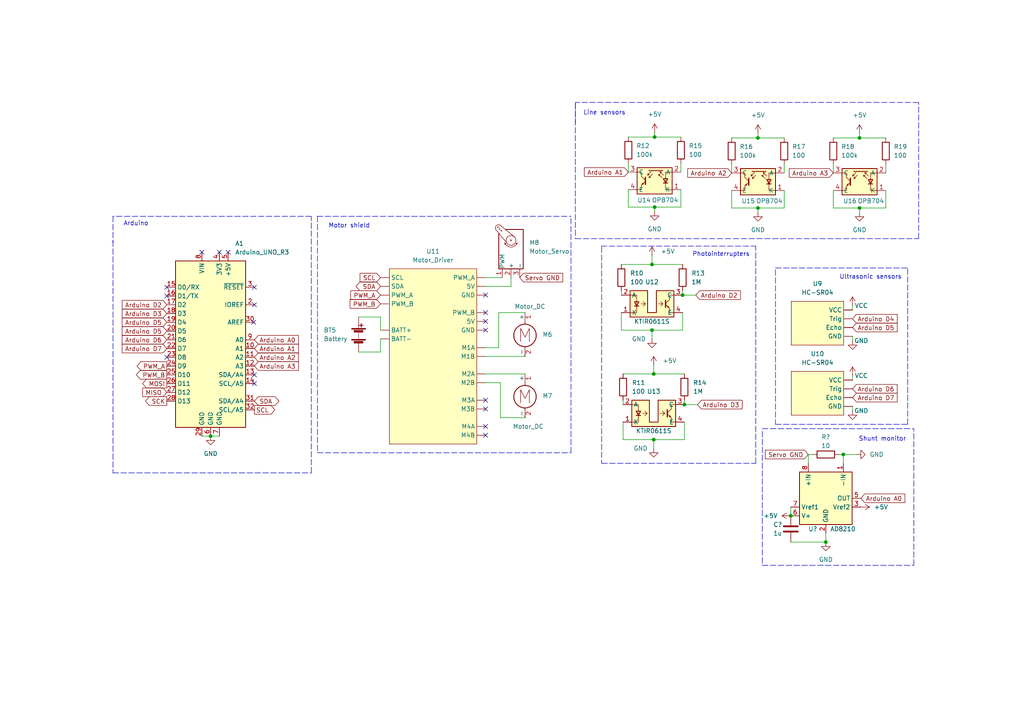
<source format=kicad_sch>
(kicad_sch (version 20211123) (generator eeschema)
  (paper "A4")
  (lib_symbols
    (symbol "Amplifier_Current:AD8210"
      (property "Reference" "U" (at -7.62 10.795 0))
      (property "Value" "AD8210" (at -7.62 8.89 0))
      (symbol "AD8210_0_1"
        (rectangle (start -7.62 7.62) (end 7.62 -7.62) (stroke (width 0.254)) (fill (type background)))
      )
      (symbol "AD8210_1_1"
        (pin input line (at 5.08 10.16 270) (length 2.54) (name "-IN") (number "1"))
        (pin power_in line (at 0 -10.16 90) (length 2.54) (name "GND") (number "2"))
        (pin input line (at 10.16 -2.54 180) (length 2.54) (name "Vref2") (number "3"))
        (pin no_connect line (at 2.54 -7.62 90) (length 2.54) hide (name "NC") (number "4"))
        (pin output line (at 10.16 0 180) (length 2.54) (name "OUT") (number "5"))
        (pin power_in line (at -10.16 -5.08 0) (length 2.54) (name "V+") (number "6"))
        (pin input line (at -10.16 -2.54 0) (length 2.54) (name "Vref1") (number "7"))
        (pin input line (at -5.08 10.16 270) (length 2.54) (name "+IN") (number "8"))
      )
    )
    (symbol "Device:Battery" (pin_numbers hide) (pin_names (offset 0) hide)
      (property "Reference" "BT" (at 2.54 2.54 0))
      (property "Value" "Battery" (at 2.54 0 0))
      (symbol "Battery_0_1"
        (rectangle (start -2.032 -1.397) (end 2.032 -1.651) (fill (type outline)))
        (rectangle (start -2.032 1.778) (end 2.032 1.524) (fill (type outline)))
        (rectangle (start -1.3208 -1.9812) (end 1.27 -2.4892) (fill (type outline)))
        (rectangle (start -1.3208 1.1938) (end 1.27 0.6858) (fill (type outline)))
        (polyline (pts (xy 0 -1.524) (xy 0 -1.27)))
        (polyline (pts (xy 0 -1.016) (xy 0 -0.762)))
        (polyline (pts (xy 0 -0.508) (xy 0 -0.254)))
        (polyline (pts (xy 0 0) (xy 0 0.254)))
        (polyline (pts (xy 0 0.508) (xy 0 0.762)))
        (polyline (pts (xy 0 1.778) (xy 0 2.54)))
        (polyline (pts (xy 0.254 2.667) (xy 1.27 2.667)) (stroke (width 0.254)))
        (polyline (pts (xy 0.762 3.175) (xy 0.762 2.159)) (stroke (width 0.254)))
      )
      (symbol "Battery_1_1"
        (pin passive line (at 0 5.08 270) (length 2.54) (name "+") (number "1"))
        (pin passive line (at 0 -5.08 90) (length 2.54) (name "-") (number "2"))
      )
    )
    (symbol "Device:C" (pin_numbers hide) (pin_names (offset 0.254))
      (property "Reference" "C" (at 0.635 2.54 0))
      (property "Value" "C" (at 0.635 -2.54 0))
      (symbol "C_0_1"
        (polyline (pts (xy -2.032 -0.762) (xy 2.032 -0.762)) (stroke (width 0.508)))
        (polyline (pts (xy -2.032 0.762) (xy 2.032 0.762)) (stroke (width 0.508)))
      )
      (symbol "C_1_1"
        (pin passive line (at 0 3.81 270) (length 2.794) (name "~") (number "1"))
        (pin passive line (at 0 -3.81 90) (length 2.794) (name "~") (number "2"))
      )
    )
    (symbol "Device:R" (pin_numbers hide) (pin_names (offset 0))
      (property "Reference" "R" (at 2.032 0 90))
      (property "Value" "R" (at 0 0 90))
      (symbol "R_0_1"
        (rectangle (start -1.016 -2.54) (end 1.016 2.54) (stroke (width 0.254)))
      )
      (symbol "R_1_1"
        (pin passive line (at 0 3.81 270) (length 1.27) (name "~") (number "1"))
        (pin passive line (at 0 -3.81 90) (length 1.27) (name "~") (number "2"))
      )
    )
    (symbol "Integrated_Design_Project:HC-SR04"
      (property "Reference" "U" (at 0 10.16 0))
      (property "Value" "HC-SR04" (at 0 6.35 0))
      (symbol "HC-SR04_0_1"
        (rectangle (start -7.62 5.08) (end 7.62 -7.62) (fill (type background)))
      )
      (symbol "HC-SR04_1_1"
        (pin output line (at -10.16 -2.54 0) (length 2.54) (name "Echo") (number ""))
        (pin power_in line (at -10.16 -5.08 0) (length 2.54) (name "GND") (number ""))
        (pin input line (at -10.16 0 0) (length 2.54) (name "Trig") (number ""))
        (pin power_in line (at -10.16 2.54 0) (length 2.54) (name "VCC") (number ""))
      )
    )
    (symbol "Integrated_Design_Project:KTIR0611S"
      (property "Reference" "U" (at 0 5.08 0))
      (property "Value" "KTIR0611S" (at 0 7.62 0))
      (symbol "KTIR0611S_0_1"
        (polyline (pts (xy -5.08 -0.635) (xy -3.81 -0.635)) (stroke (width 0.254)))
        (polyline (pts (xy -1.905 0) (xy -2.54 -0.635)))
        (polyline (pts (xy 3.175 0) (xy 2.54 -0.635)))
        (polyline (pts (xy 3.937 -0.127) (xy 5.08 -1.27)))
        (polyline (pts (xy 3.937 0.127) (xy 5.08 1.27)))
        (polyline (pts (xy -3.175 0) (xy -1.905 0) (xy -2.54 0.635)))
        (polyline (pts (xy 1.905 0) (xy 3.175 0) (xy 2.54 0.635)))
        (polyline (pts (xy 3.937 1.016) (xy 3.937 -1.016) (xy 3.937 -1.016)) (stroke (width 0.3556)))
        (polyline (pts (xy 5.08 -1.27) (xy 5.08 -2.54) (xy 6.35 -2.54)))
        (polyline (pts (xy 5.08 1.27) (xy 5.08 2.54) (xy 6.35 2.54)))
        (polyline (pts (xy -6.35 -2.54) (xy -4.445 -2.54) (xy -4.445 2.54) (xy -6.35 2.54)))
        (polyline (pts (xy -4.445 -0.635) (xy -5.08 0.635) (xy -3.81 0.635) (xy -4.445 -0.635)) (stroke (width 0.254)))
        (polyline (pts (xy 4.953 -1.143) (xy 4.699 -0.635) (xy 4.445 -0.889) (xy 4.953 -1.143)))
        (polyline (pts (xy -6.35 -3.81) (xy 6.35 -3.81) (xy 6.35 3.81) (xy 1.27 3.81) (xy 1.27 -2.54) (xy -1.27 -2.54) (xy -1.27 3.81) (xy -6.35 3.81) (xy -6.35 -3.81)) (stroke (width 0.254)) (fill (type background)))
      )
      (symbol "KTIR0611S_1_1"
        (pin passive line (at -8.89 -2.54 0) (length 2.54) (name "K") (number "1"))
        (pin passive line (at -8.89 2.54 0) (length 2.54) (name "A") (number "2"))
        (pin open_collector line (at 8.89 2.54 180) (length 2.54) (name "C") (number "3"))
        (pin open_emitter line (at 8.89 -2.54 180) (length 2.54) (name "E") (number "4"))
      )
    )
    (symbol "Integrated_Design_Project:Motor_Driver"
      (property "Reference" "U" (at 0 0 0))
      (property "Value" "Motor_Driver" (at 0 -2.54 0))
      (symbol "Motor_Driver_0_1"
        (rectangle (start -12.7 -5.08) (end 12.7 -55.88) (fill (type background)))
      )
      (symbol "Motor_Driver_1_1"
        (pin power_out line (at 15.24 -20.32 180) (length 2.54) (name "5V") (number ""))
        (pin power_out line (at 15.24 -10.16 180) (length 2.54) (name "5V") (number ""))
        (pin power_in line (at -15.24 -22.86 0) (length 2.54) (name "BATT+") (number ""))
        (pin power_in line (at -15.24 -25.4 0) (length 2.54) (name "BATT-") (number ""))
        (pin power_out line (at 15.24 -22.86 180) (length 2.54) (name "GND") (number ""))
        (pin power_out line (at 15.24 -12.7 180) (length 2.54) (name "GND") (number ""))
        (pin bidirectional line (at 15.24 -27.94 180) (length 2.54) (name "M1A") (number ""))
        (pin bidirectional line (at 15.24 -30.48 180) (length 2.54) (name "M1B") (number ""))
        (pin bidirectional line (at 15.24 -35.56 180) (length 2.54) (name "M2A") (number ""))
        (pin bidirectional line (at 15.24 -38.1 180) (length 2.54) (name "M2B") (number ""))
        (pin bidirectional line (at 15.24 -43.18 180) (length 2.54) (name "M3A") (number ""))
        (pin bidirectional line (at 15.24 -45.72 180) (length 2.54) (name "M3B") (number ""))
        (pin bidirectional line (at 15.24 -50.8 180) (length 2.54) (name "M4A") (number ""))
        (pin bidirectional line (at 15.24 -53.34 180) (length 2.54) (name "M4B") (number ""))
        (pin input line (at -15.24 -12.7 0) (length 2.54) (name "PWM_A") (number ""))
        (pin input line (at 15.24 -7.62 180) (length 2.54) (name "PWM_A") (number ""))
        (pin input line (at -15.24 -15.24 0) (length 2.54) (name "PWM_B") (number ""))
        (pin output line (at 15.24 -17.78 180) (length 2.54) (name "PWM_B") (number ""))
        (pin input line (at -15.24 -7.62 0) (length 2.54) (name "SCL") (number ""))
        (pin input line (at -15.24 -10.16 0) (length 2.54) (name "SDA") (number ""))
      )
    )
    (symbol "Integrated_Design_Project:OPB704"
      (property "Reference" "U" (at 0 6.35 0))
      (property "Value" "OPB704" (at 0 8.89 0))
      (symbol "OPB704_0_1"
        (polyline (pts (xy -3.81 -0.635) (xy -2.54 -0.635)) (stroke (width 0.254)))
        (polyline (pts (xy -2.286 2.921) (xy -2.032 3.175)))
        (polyline (pts (xy -1.778 2.921) (xy -1.524 3.175)))
        (polyline (pts (xy -1.524 2.667) (xy -1.651 2.159)))
        (polyline (pts (xy -1.27 2.921) (xy -1.016 3.175)))
        (polyline (pts (xy -1.143 1.905) (xy -1.27 1.397)))
        (polyline (pts (xy -0.762 2.921) (xy -0.508 3.175)))
        (polyline (pts (xy -0.254 2.921) (xy 0 3.175)))
        (polyline (pts (xy 0.254 2.921) (xy 0.508 3.175)))
        (polyline (pts (xy 0.762 2.921) (xy 1.016 3.175)))
        (polyline (pts (xy 1.27 2.921) (xy 1.524 3.175)))
        (polyline (pts (xy 1.651 0.889) (xy 1.143 1.016)))
        (polyline (pts (xy 1.778 2.921) (xy -2.413 2.921)))
        (polyline (pts (xy 2.032 1.651) (xy 1.524 1.778)))
        (polyline (pts (xy 2.667 -0.127) (xy 3.81 -1.27)))
        (polyline (pts (xy 2.667 0.127) (xy 3.81 1.27)))
        (polyline (pts (xy -2.54 1.651) (xy -1.524 2.667) (xy -2.032 2.54)))
        (polyline (pts (xy -2.159 0.889) (xy -1.143 1.905) (xy -1.651 1.778)))
        (polyline (pts (xy 0.635 1.905) (xy 1.651 0.889) (xy 1.524 1.397)))
        (polyline (pts (xy 1.016 2.667) (xy 2.032 1.651) (xy 1.905 2.159)))
        (polyline (pts (xy 2.667 1.016) (xy 2.667 -1.016) (xy 2.667 -1.016)) (stroke (width 0.3556)))
        (polyline (pts (xy 3.81 -1.27) (xy 3.81 -2.54) (xy 5.08 -2.54)))
        (polyline (pts (xy 3.81 1.27) (xy 3.81 2.54) (xy 5.08 2.54)))
        (polyline (pts (xy -5.08 -2.54) (xy -3.175 -2.54) (xy -3.175 2.54) (xy -5.08 2.54)))
        (polyline (pts (xy -3.175 -0.635) (xy -3.81 0.635) (xy -2.54 0.635) (xy -3.175 -0.635)) (stroke (width 0.254)))
        (polyline (pts (xy 3.683 -1.143) (xy 3.429 -0.635) (xy 3.175 -0.889) (xy 3.683 -1.143)))
        (polyline (pts (xy -5.08 -3.81) (xy 5.08 -3.81) (xy 5.08 3.81) (xy -5.08 3.81) (xy -5.08 -3.81)) (stroke (width 0.254)) (fill (type background)))
      )
      (symbol "OPB704_1_1"
        (pin passive line (at -7.62 -2.54 0) (length 2.54) (name "K") (number "1"))
        (pin passive line (at -7.62 2.54 0) (length 2.54) (name "A") (number "2"))
        (pin open_collector line (at 7.62 2.54 180) (length 2.54) (name "C") (number "3"))
        (pin open_emitter line (at 7.62 -2.54 180) (length 2.54) (name "E") (number "4"))
      )
    )
    (symbol "MCU_Module:Arduino_UNO_R3"
      (property "Reference" "A" (at -10.16 23.495 0))
      (property "Value" "Arduino_UNO_R3" (at 5.08 -26.67 0))
      (symbol "Arduino_UNO_R3_0_1"
        (rectangle (start -10.16 22.86) (end 10.16 -25.4) (stroke (width 0.254)) (fill (type background)))
      )
      (symbol "Arduino_UNO_R3_1_1"
        (pin no_connect line (at -10.16 -20.32 0) (length 2.54) hide (name "NC") (number "1"))
        (pin bidirectional line (at 12.7 -2.54 180) (length 2.54) (name "A1") (number "10"))
        (pin bidirectional line (at 12.7 -5.08 180) (length 2.54) (name "A2") (number "11"))
        (pin bidirectional line (at 12.7 -7.62 180) (length 2.54) (name "A3") (number "12"))
        (pin bidirectional line (at 12.7 -10.16 180) (length 2.54) (name "SDA/A4") (number "13"))
        (pin bidirectional line (at 12.7 -12.7 180) (length 2.54) (name "SCL/A5") (number "14"))
        (pin bidirectional line (at -12.7 15.24 0) (length 2.54) (name "D0/RX") (number "15"))
        (pin bidirectional line (at -12.7 12.7 0) (length 2.54) (name "D1/TX") (number "16"))
        (pin bidirectional line (at -12.7 10.16 0) (length 2.54) (name "D2") (number "17"))
        (pin bidirectional line (at -12.7 7.62 0) (length 2.54) (name "D3") (number "18"))
        (pin bidirectional line (at -12.7 5.08 0) (length 2.54) (name "D4") (number "19"))
        (pin output line (at 12.7 10.16 180) (length 2.54) (name "IOREF") (number "2"))
        (pin bidirectional line (at -12.7 2.54 0) (length 2.54) (name "D5") (number "20"))
        (pin bidirectional line (at -12.7 0 0) (length 2.54) (name "D6") (number "21"))
        (pin bidirectional line (at -12.7 -2.54 0) (length 2.54) (name "D7") (number "22"))
        (pin bidirectional line (at -12.7 -5.08 0) (length 2.54) (name "D8") (number "23"))
        (pin bidirectional line (at -12.7 -7.62 0) (length 2.54) (name "D9") (number "24"))
        (pin bidirectional line (at -12.7 -10.16 0) (length 2.54) (name "D10") (number "25"))
        (pin bidirectional line (at -12.7 -12.7 0) (length 2.54) (name "D11") (number "26"))
        (pin bidirectional line (at -12.7 -15.24 0) (length 2.54) (name "D12") (number "27"))
        (pin bidirectional line (at -12.7 -17.78 0) (length 2.54) (name "D13") (number "28"))
        (pin power_in line (at -2.54 -27.94 90) (length 2.54) (name "GND") (number "29"))
        (pin input line (at 12.7 15.24 180) (length 2.54) (name "~{RESET}") (number "3"))
        (pin input line (at 12.7 5.08 180) (length 2.54) (name "AREF") (number "30"))
        (pin bidirectional line (at 12.7 -17.78 180) (length 2.54) (name "SDA/A4") (number "31"))
        (pin bidirectional line (at 12.7 -20.32 180) (length 2.54) (name "SCL/A5") (number "32"))
        (pin power_out line (at 2.54 25.4 270) (length 2.54) (name "3V3") (number "4"))
        (pin power_out line (at 5.08 25.4 270) (length 2.54) (name "+5V") (number "5"))
        (pin power_in line (at 0 -27.94 90) (length 2.54) (name "GND") (number "6"))
        (pin power_in line (at 2.54 -27.94 90) (length 2.54) (name "GND") (number "7"))
        (pin power_in line (at -2.54 25.4 270) (length 2.54) (name "VIN") (number "8"))
        (pin bidirectional line (at 12.7 0 180) (length 2.54) (name "A0") (number "9"))
      )
    )
    (symbol "Motor:Motor_DC" (pin_names (offset 0))
      (property "Reference" "M" (at 2.54 2.54 0))
      (property "Value" "Motor_DC" (at 2.54 -5.08 0))
      (symbol "Motor_DC_0_0"
        (polyline (pts (xy -1.27 -3.302) (xy -1.27 0.508) (xy 0 -2.032) (xy 1.27 0.508) (xy 1.27 -3.302)))
      )
      (symbol "Motor_DC_0_1"
        (circle (center 0 -1.524) (radius 3.2512) (stroke (width 0.254)))
        (polyline (pts (xy 0 -7.62) (xy 0 -7.112)))
        (polyline (pts (xy 0 -4.7752) (xy 0 -5.1816)))
        (polyline (pts (xy 0 1.7272) (xy 0 2.0828)))
        (polyline (pts (xy 0 2.032) (xy 0 2.54)))
      )
      (symbol "Motor_DC_1_1"
        (pin passive line (at 0 5.08 270) (length 2.54) (name "+") (number "1"))
        (pin passive line (at 0 -7.62 90) (length 2.54) (name "-") (number "2"))
      )
    )
    (symbol "Motor:Motor_Servo" (pin_names (offset 0.0254))
      (property "Reference" "M" (at -5.08 4.445 0))
      (property "Value" "Motor_Servo" (at -5.08 -4.064 0))
      (symbol "Motor_Servo_0_1"
        (polyline (pts (xy 2.413 -1.778) (xy 2.032 -1.778)))
        (polyline (pts (xy 2.413 -1.778) (xy 2.286 -1.397)))
        (polyline (pts (xy 2.413 1.778) (xy 1.905 1.778)))
        (polyline (pts (xy 2.413 1.778) (xy 2.286 1.397)))
        (polyline (pts (xy 6.35 4.445) (xy 2.54 1.27)))
        (polyline (pts (xy 7.62 3.175) (xy 4.191 -1.016)))
        (polyline (pts (xy 5.08 3.556) (xy -5.08 3.556) (xy -5.08 -3.556) (xy 6.35 -3.556) (xy 6.35 1.524)) (stroke (width 0.254)))
        (arc (start 2.413 1.778) (mid 1.2406 0) (end 2.413 -1.778))
        (circle (center 3.175 0) (radius 0.1778))
        (circle (center 3.175 0) (radius 1.4224))
        (circle (center 5.969 2.794) (radius 0.127))
        (circle (center 6.477 3.302) (radius 0.127))
        (circle (center 6.985 3.81) (radius 0.127))
        (arc (start 7.62 3.175) (mid 7.4485 4.2735) (end 6.35 4.445))
      )
      (symbol "Motor_Servo_1_1"
        (pin passive line (at -7.62 2.54 0) (length 2.54) (name "PWM") (number "1"))
        (pin passive line (at -7.62 0 0) (length 2.54) (name "+") (number "2"))
        (pin passive line (at -7.62 -2.54 0) (length 2.54) (name "-") (number "3"))
      )
    )
    (symbol "power:+5V" (power) (pin_names (offset 0))
      (property "Value" "+5V" (at 0 3.556 0))
      (symbol "+5V_0_1"
        (polyline (pts (xy -0.762 1.27) (xy 0 2.54)))
        (polyline (pts (xy 0 0) (xy 0 2.54)))
        (polyline (pts (xy 0 2.54) (xy 0.762 1.27)))
      )
      (symbol "+5V_1_1"
        (pin power_in line (at 0 0 90) (length 0) hide (name "+5V") (number "1"))
      )
    )
    (symbol "power:GND" (power) (pin_names (offset 0))
      (property "Value" "GND" (at 0 -3.81 0))
      (symbol "GND_0_1"
        (polyline (pts (xy 0 0) (xy 0 -1.27) (xy 1.27 -1.27) (xy 0 -2.54) (xy -1.27 -1.27) (xy 0 -1.27)))
      )
      (symbol "GND_1_1"
        (pin power_in line (at 0 0 270) (length 0) hide (name "GND") (number "1"))
      )
    )
    (symbol "power:VCC" (power) (pin_names (offset 0))
      (property "Value" "VCC" (at 0 3.81 0))
      (symbol "VCC_0_1"
        (polyline (pts (xy -0.762 1.27) (xy 0 2.54)))
        (polyline (pts (xy 0 0) (xy 0 2.54)))
        (polyline (pts (xy 0 2.54) (xy 0.762 1.27)))
      )
      (symbol "VCC_1_1"
        (pin power_in line (at 0 0 90) (length 0) hide (name "VCC") (number "1"))
      )
    )
  )
  (junction (at -90.678 65.786))
  (junction (at -90.17 97.536))
  (junction (at 229.362 149.606))
  (junction (at -223.52 -10.922))
  (junction (at 219.837 60.325))
  (junction (at -228.6 6.858))
  (junction (at -213.36 -10.922))
  (junction (at -119.38 -10.922))
  (junction (at 189.611 127.508))
  (junction (at 198.501 117.348))
  (junction (at -81.28 87.376))
  (junction (at -90.678 46.736))
  (junction (at 219.837 40.005))
  (junction (at 244.602 131.826))
  (junction (at 197.993 85.598))
  (junction (at 189.103 76.708))
  (junction (at -90.17 78.486))
  (junction (at 239.522 157.226))
  (junction (at 61.087 126.492))
  (junction (at -109.22 -10.922))
  (junction (at 189.611 108.458))
  (junction (at 249.301 40.005))
  (junction (at -218.44 14.478))
  (junction (at 189.865 60.071))
  (junction (at -114.3 14.478))
  (junction (at -204.47 64.008))
  (junction (at 189.865 39.751))
  (junction (at 189.103 95.758))
  (junction (at 249.301 60.325))
  (junction (at -81.788 55.626))
  (junction (at -124.46 6.858))
  (no_connect (at 140.843 123.698))
  (no_connect (at 63.627 73.152))
  (no_connect (at -134.62 -21.082))
  (no_connect (at -121.92 83.058))
  (no_connect (at -219.71 69.088))
  (no_connect (at 140.843 116.078))
  (no_connect (at 140.843 126.238))
  (no_connect (at -219.71 53.848))
  (no_connect (at -219.71 64.008))
  (no_connect (at -121.92 93.218))
  (no_connect (at -121.92 90.678))
  (no_connect (at -121.92 62.738))
  (no_connect (at -219.71 86.868))
  (no_connect (at -134.62 -10.922))
  (no_connect (at 48.387 103.632))
  (no_connect (at -134.62 -16.002))
  (no_connect (at 58.547 73.152))
  (no_connect (at 73.533 93.472))
  (no_connect (at 73.787 88.392))
  (no_connect (at 73.787 83.312))
  (no_connect (at -238.76 17.018))
  (no_connect (at -238.76 11.938))
  (no_connect (at -238.76 19.558))
  (no_connect (at -238.76 1.778))
  (no_connect (at -238.76 4.318))
  (no_connect (at -238.76 -3.302))
  (no_connect (at -238.76 -5.842))
  (no_connect (at -238.76 9.398))
  (no_connect (at -238.76 -10.922))
  (no_connect (at -238.76 -21.082))
  (no_connect (at -238.76 -13.462))
  (no_connect (at -238.76 -16.002))
  (no_connect (at -219.71 94.488))
  (no_connect (at -134.62 -5.842))
  (no_connect (at -121.92 85.598))
  (no_connect (at -134.62 4.318))
  (no_connect (at 140.843 85.598))
  (no_connect (at -134.62 9.398))
  (no_connect (at 73.787 111.252))
  (no_connect (at -219.71 84.328))
  (no_connect (at -121.92 50.038))
  (no_connect (at -121.92 52.578))
  (no_connect (at -121.92 57.658))
  (no_connect (at -121.92 47.498))
  (no_connect (at -219.71 91.948))
  (no_connect (at -219.71 61.468))
  (no_connect (at -134.62 -3.302))
  (no_connect (at 140.843 95.758))
  (no_connect (at -121.92 60.198))
  (no_connect (at -219.71 58.928))
  (no_connect (at 140.843 90.678))
  (no_connect (at 140.843 118.618))
  (no_connect (at 140.843 93.218))
  (no_connect (at -134.62 -13.462))
  (no_connect (at -219.71 76.708))
  (no_connect (at -134.62 1.778))
  (no_connect (at -134.62 19.558))
  (no_connect (at 73.787 108.712))
  (no_connect (at 66.167 73.152))
  (no_connect (at -134.62 17.018))
  (no_connect (at -134.62 11.938))
  (no_connect (at -219.71 71.628))
  (no_connect (at 48.387 85.852))
  (no_connect (at 48.387 83.312))
  (no_connect (at -219.71 79.248))
  (wire (pts (xy 197.993 85.598) (xy 201.803 85.598)))
  (wire (pts (xy 197.993 95.758) (xy 197.993 90.678)))
  (wire (pts (xy -134.62 -26.162) (xy -130.81 -26.162)))
  (wire (pts (xy 247.269 108.966) (xy 247.269 110.236)))
  (polyline (pts (xy 224.917 123.063) (xy 263.271 123.063)))
  (wire (pts (xy 189.611 108.458) (xy 198.501 108.458)))
  (wire (pts (xy 197.485 47.371) (xy 197.485 49.911)))
  (wire (pts (xy -90.17 97.536) (xy -90.17 100.076)))
  (wire (pts (xy 152.273 90.678) (xy 144.653 90.678)))
  (wire (pts (xy -81.788 65.786) (xy -81.788 60.706)))
  (wire (pts (xy 227.457 40.005) (xy 219.837 40.005)))
  (wire (pts (xy 189.103 74.168) (xy 189.103 76.708)))
  (wire (pts (xy 140.843 108.458) (xy 152.273 108.458)))
  (wire (pts (xy -81.788 55.626) (xy -77.978 55.626)))
  (wire (pts (xy -269.24 -24.892) (xy -269.24 -23.622)))
  (wire (pts (xy 256.921 60.325) (xy 249.301 60.325)))
  (wire (pts (xy -273.05 -28.702) (xy -269.24 -28.702)))
  (polyline (pts (xy 221.107 124.333) (xy 265.049 124.333)))
  (wire (pts (xy -195.58 64.008) (xy -190.5 64.008)))
  (wire (pts (xy 140.843 83.058) (xy 148.209 83.058)))
  (wire (pts (xy -165.1 -14.732) (xy -165.1 -10.922)))
  (wire (pts (xy -171.45 -14.732) (xy -165.1 -14.732)))
  (wire (pts (xy -158.75 58.928) (xy -152.4 58.928)))
  (wire (pts (xy -250.19 66.548) (xy -250.19 70.358)))
  (wire (pts (xy -99.568 60.706) (xy -99.568 65.786)))
  (polyline (pts (xy 224.917 77.724) (xy 263.271 77.724)))
  (wire (pts (xy 249.301 60.325) (xy 241.681 60.325)))
  (wire (pts (xy 244.602 131.826) (xy 248.412 131.826)))
  (wire (pts (xy 104.013 91.948) (xy 110.363 91.948)))
  (wire (pts (xy -168.91 -21.082) (xy -165.1 -21.082)))
  (polyline (pts (xy 165.608 131.318) (xy 165.608 62.738)))
  (wire (pts (xy -168.91 -24.892) (xy -165.1 -24.892)))
  (wire (pts (xy -219.71 48.768) (xy -215.9 48.768)))
  (wire (pts (xy 235.712 131.826) (xy 234.442 131.826)))
  (wire (pts (xy 239.522 154.686) (xy 239.522 157.226)))
  (polyline (pts (xy 221.107 125.095) (xy 221.107 163.957)))
  (wire (pts (xy -90.678 46.736) (xy -99.568 46.736)))
  (wire (pts (xy -165.1 -18.542) (xy -165.1 -17.272)))
  (wire (pts (xy 219.837 40.005) (xy 212.217 40.005)))
  (wire (pts (xy -81.28 87.376) (xy -77.47 87.376)))
  (polyline (pts (xy 263.271 123.063) (xy 263.271 77.724)))
  (wire (pts (xy -156.21 48.768) (xy -152.4 48.768)))
  (wire (pts (xy -269.24 -14.732) (xy -269.24 -10.922)))
  (wire (pts (xy -118.11 67.818) (xy -121.92 67.818)))
  (wire (pts (xy -152.4 65.278) (xy -152.4 69.088)))
  (wire (pts (xy -90.678 44.196) (xy -90.678 46.736)))
  (wire (pts (xy -81.28 97.536) (xy -81.28 92.456)))
  (wire (pts (xy 227.457 47.625) (xy 227.457 50.165)))
  (wire (pts (xy -90.17 75.946) (xy -90.17 78.486)))
  (wire (pts (xy -219.71 51.308) (xy -215.9 51.308)))
  (wire (pts (xy -218.44 11.938) (xy -218.44 14.478)))
  (wire (pts (xy 227.457 55.245) (xy 227.457 60.325)))
  (wire (pts (xy 197.993 84.328) (xy 197.993 85.598)))
  (wire (pts (xy 247.269 88.646) (xy 247.269 89.916)))
  (wire (pts (xy 197.485 39.751) (xy 189.865 39.751)))
  (polyline (pts (xy 92.075 62.738) (xy 92.075 131.318)))
  (wire (pts (xy 140.843 110.998) (xy 145.161 110.998)))
  (wire (pts (xy -213.36 -10.922) (xy -213.36 -8.382)))
  (wire (pts (xy -109.22 -10.922) (xy -109.22 -8.382)))
  (wire (pts (xy 189.611 105.918) (xy 189.611 108.458)))
  (wire (pts (xy 244.602 131.826) (xy 244.602 134.366)))
  (wire (pts (xy 227.457 60.325) (xy 219.837 60.325)))
  (wire (pts (xy -152.4 48.768) (xy -152.4 50.038)))
  (wire (pts (xy -254 53.848) (xy -250.19 53.848)))
  (wire (pts (xy -130.81 -10.922) (xy -119.38 -10.922)))
  (wire (pts (xy 144.653 100.838) (xy 140.843 100.838)))
  (wire (pts (xy 229.362 157.226) (xy 239.522 157.226)))
  (wire (pts (xy 197.485 60.071) (xy 189.865 60.071)))
  (wire (pts (xy -119.38 -10.922) (xy -119.38 -8.382)))
  (wire (pts (xy 145.161 121.158) (xy 152.273 121.158)))
  (wire (pts (xy 249.301 38.735) (xy 249.301 40.005)))
  (wire (pts (xy -273.05 -17.272) (xy -269.24 -17.272)))
  (wire (pts (xy 219.837 38.735) (xy 219.837 40.005)))
  (wire (pts (xy -234.95 -10.922) (xy -223.52 -10.922)))
  (wire (pts (xy -156.21 52.578) (xy -152.4 52.578)))
  (wire (pts (xy -110.49 -10.922) (xy -109.22 -10.922)))
  (wire (pts (xy 249.301 61.595) (xy 249.301 60.325)))
  (wire (pts (xy -203.2 64.008) (xy -204.47 64.008)))
  (wire (pts (xy -117.602 88.138) (xy -110.49 88.138)))
  (wire (pts (xy -238.76 -23.622) (xy -234.95 -23.622)))
  (wire (pts (xy -99.06 92.456) (xy -99.06 97.536)))
  (wire (pts (xy -90.17 78.486) (xy -99.06 78.486)))
  (wire (pts (xy 241.681 47.625) (xy 241.681 50.165)))
  (wire (pts (xy -156.21 56.388) (xy -152.4 56.388)))
  (wire (pts (xy 180.721 116.078) (xy 180.721 117.348)))
  (wire (pts (xy -130.81 -21.082) (xy -130.81 -10.922)))
  (wire (pts (xy -254 50.038) (xy -250.19 50.038)))
  (wire (pts (xy 189.103 95.758) (xy 197.993 95.758)))
  (wire (pts (xy 198.501 127.508) (xy 198.501 122.428)))
  (wire (pts (xy -269.24 -26.162) (xy -269.24 -28.702)))
  (wire (pts (xy 189.103 76.708) (xy 197.993 76.708)))
  (wire (pts (xy 247.269 97.536) (xy 247.269 98.806)))
  (wire (pts (xy 198.501 117.348) (xy 202.311 117.348)))
  (wire (pts (xy -222.25 -10.922) (xy -223.52 -10.922)))
  (wire (pts (xy -121.92 77.978) (xy -117.602 77.978)))
  (wire (pts (xy -117.602 77.978) (xy -117.602 88.138)))
  (wire (pts (xy 198.501 116.078) (xy 198.501 117.348)))
  (wire (pts (xy 189.865 39.751) (xy 182.245 39.751)))
  (wire (pts (xy 110.363 102.108) (xy 104.013 102.108)))
  (wire (pts (xy -124.46 4.318) (xy -124.46 6.858)))
  (wire (pts (xy -269.24 -18.542) (xy -269.24 -17.272)))
  (wire (pts (xy -165.1 -24.892) (xy -165.1 -23.622)))
  (wire (pts (xy -254 46.228) (xy -250.19 46.228)))
  (wire (pts (xy 212.217 47.625) (xy 212.217 50.165)))
  (wire (pts (xy 110.363 98.298) (xy 110.363 102.108)))
  (wire (pts (xy -269.24 -8.382) (xy -269.24 -4.572)))
  (wire (pts (xy -165.1 -8.382) (xy -165.1 -4.572)))
  (wire (pts (xy -90.17 97.536) (xy -81.28 97.536)))
  (polyline (pts (xy 92.075 131.318) (xy 165.608 131.318)))
  (polyline (pts (xy 32.766 62.738) (xy 32.766 70.358)))
  (wire (pts (xy -168.91 -17.272) (xy -165.1 -17.272)))
  (wire (pts (xy -273.05 -21.082) (xy -269.24 -21.082)))
  (wire (pts (xy 189.865 61.341) (xy 189.865 60.071)))
  (wire (pts (xy -121.92 75.438) (xy -110.49 75.438)))
  (wire (pts (xy 247.269 117.856) (xy 247.269 119.126)))
  (wire (pts (xy -250.19 56.388) (xy -250.19 57.658)))
  (wire (pts (xy -152.4 58.928) (xy -152.4 62.738)))
  (wire (pts (xy 148.209 83.058) (xy 148.209 80.518)))
  (wire (pts (xy 140.843 103.378) (xy 152.273 103.378)))
  (wire (pts (xy 243.332 131.826) (xy 244.602 131.826)))
  (wire (pts (xy -124.46 14.478) (xy -114.3 14.478)))
  (wire (pts (xy -208.28 4.318) (xy -208.28 14.478)))
  (wire (pts (xy -99.568 65.786) (xy -90.678 65.786)))
  (wire (pts (xy -152.4 69.088) (xy -158.75 69.088)))
  (wire (pts (xy -118.11 57.658) (xy -118.11 67.818)))
  (wire (pts (xy 145.161 110.998) (xy 145.161 121.158)))
  (wire (pts (xy -250.19 48.768) (xy -250.19 46.228)))
  (wire (pts (xy -204.47 64.008) (xy -204.47 66.548)))
  (wire (pts (xy 256.921 47.625) (xy 256.921 50.165)))
  (wire (pts (xy 229.362 147.066) (xy 229.362 149.606)))
  (polyline (pts (xy 166.878 69.215) (xy 266.446 69.215)))
  (wire (pts (xy 189.865 38.481) (xy 189.865 39.751)))
  (wire (pts (xy -90.678 46.736) (xy -81.788 46.736)))
  (wire (pts (xy -165.1 -26.162) (xy -165.1 -28.702)))
  (polyline (pts (xy 90.297 62.738) (xy 32.766 62.738)))
  (wire (pts (xy -215.9 53.848) (xy -215.9 64.008)))
  (wire (pts (xy -152.4 47.498) (xy -152.4 44.958)))
  (wire (pts (xy 256.921 55.245) (xy 256.921 60.325)))
  (wire (pts (xy 144.653 90.678) (xy 144.653 100.838)))
  (wire (pts (xy 110.363 91.948) (xy 110.363 95.758)))
  (wire (pts (xy 180.213 84.328) (xy 180.213 85.598)))
  (wire (pts (xy -238.76 -26.162) (xy -234.95 -26.162)))
  (wire (pts (xy 61.087 126.492) (xy 63.627 126.492)))
  (wire (pts (xy -208.28 14.478) (xy -218.44 14.478)))
  (wire (pts (xy -228.6 14.478) (xy -218.44 14.478)))
  (wire (pts (xy 249.301 40.005) (xy 241.681 40.005)))
  (wire (pts (xy -110.49 57.658) (xy -118.11 57.658)))
  (polyline (pts (xy 219.202 134.366) (xy 219.202 71.374)))
  (wire (pts (xy -156.21 44.958) (xy -152.4 44.958)))
  (wire (pts (xy -121.92 70.358) (xy -110.49 70.358)))
  (wire (pts (xy -109.22 -10.922) (xy -105.41 -10.922)))
  (polyline (pts (xy 32.766 69.85) (xy 32.766 137.16)))
  (wire (pts (xy -223.52 -10.922) (xy -223.52 -8.382)))
  (wire (pts (xy 219.837 60.325) (xy 212.217 60.325)))
  (polyline (pts (xy 221.107 163.957) (xy 265.049 163.957)))
  (wire (pts (xy 189.611 108.458) (xy 180.721 108.458)))
  (wire (pts (xy 241.681 60.325) (xy 241.681 55.245)))
  (wire (pts (xy 140.843 80.518) (xy 145.669 80.518)))
  (polyline (pts (xy 166.878 29.718) (xy 166.878 35.814)))
  (wire (pts (xy -134.62 -23.622) (xy -130.81 -23.622)))
  (wire (pts (xy -90.678 65.786) (xy -81.788 65.786)))
  (polyline (pts (xy 91.948 62.738) (xy 165.608 62.738)))
  (wire (pts (xy -254 57.658) (xy -250.19 57.658)))
  (wire (pts (xy 182.245 60.071) (xy 182.245 54.991)))
  (wire (pts (xy -81.788 54.356) (xy -81.788 55.626)))
  (wire (pts (xy -99.06 97.536) (xy -90.17 97.536)))
  (wire (pts (xy 180.213 95.758) (xy 189.103 95.758)))
  (wire (pts (xy 212.217 60.325) (xy 212.217 55.245)))
  (wire (pts (xy -165.1 -4.572) (xy -171.45 -4.572)))
  (wire (pts (xy 180.213 90.678) (xy 180.213 95.758)))
  (wire (pts (xy -275.59 -14.732) (xy -269.24 -14.732)))
  (wire (pts (xy -234.95 -21.082) (xy -234.95 -10.922)))
  (polyline (pts (xy 265.049 163.957) (xy 265.049 124.333)))
  (polyline (pts (xy 174.498 134.366) (xy 219.202 134.366)))
  (polyline (pts (xy 174.371 71.374) (xy 219.202 71.374)))
  (wire (pts (xy -215.9 64.008) (xy -204.47 64.008)))
  (polyline (pts (xy 174.498 71.628) (xy 174.498 134.366)))
  (wire (pts (xy 256.921 40.005) (xy 249.301 40.005)))
  (wire (pts (xy 180.721 122.428) (xy 180.721 127.508)))
  (polyline (pts (xy 266.446 29.718) (xy 166.878 29.718)))
  (wire (pts (xy -152.4 55.118) (xy -152.4 56.388)))
  (wire (pts (xy -99.568 54.356) (xy -99.568 55.626)))
  (wire (pts (xy 189.611 127.508) (xy 198.501 127.508)))
  (wire (pts (xy -250.19 50.038) (xy -250.19 51.308)))
  (wire (pts (xy -118.11 -10.922) (xy -119.38 -10.922)))
  (wire (pts (xy -273.05 -24.892) (xy -269.24 -24.892)))
  (wire (pts (xy 219.837 61.595) (xy 219.837 60.325)))
  (wire (pts (xy -90.17 78.486) (xy -81.28 78.486)))
  (polyline (pts (xy 166.878 30.099) (xy 166.878 69.215)))
  (wire (pts (xy 234.442 131.826) (xy 234.442 134.366)))
  (wire (pts (xy -90.678 65.786) (xy -90.678 68.326)))
  (wire (pts (xy 58.547 126.492) (xy 61.087 126.492)))
  (wire (pts (xy -213.36 -10.922) (xy -209.55 -10.922)))
  (wire (pts (xy -269.24 -4.572) (xy -275.59 -4.572)))
  (wire (pts (xy -81.28 86.106) (xy -81.28 87.376)))
  (wire (pts (xy 189.611 127.508) (xy 189.611 130.048)))
  (wire (pts (xy 180.721 127.508) (xy 189.611 127.508)))
  (wire (pts (xy 189.103 76.708) (xy 180.213 76.708)))
  (wire (pts (xy 189.103 95.758) (xy 189.103 98.298)))
  (polyline (pts (xy 266.446 69.215) (xy 266.446 29.718)))
  (wire (pts (xy -250.19 60.198) (xy -250.19 64.008)))
  (wire (pts (xy 197.485 54.991) (xy 197.485 60.071)))
  (polyline (pts (xy 224.917 78.232) (xy 224.917 123.063)))
  (wire (pts (xy 189.865 60.071) (xy 182.245 60.071)))
  (polyline (pts (xy 32.766 137.16) (xy 90.297 137.16)))
  (polyline (pts (xy 90.297 137.16) (xy 90.297 62.738)))
  (wire (pts (xy -250.19 70.358) (xy -256.54 70.358)))
  (wire (pts (xy -99.06 86.106) (xy -99.06 87.376)))
  (wire (pts (xy -168.91 -28.702) (xy -165.1 -28.702)))
  (wire (pts (xy -114.3 11.938) (xy -114.3 14.478)))
  (wire (pts (xy -214.63 -10.922) (xy -213.36 -10.922)))
  (wire (pts (xy 182.245 47.371) (xy 182.245 49.911)))
  (wire (pts (xy -256.54 60.198) (xy -250.19 60.198)))
  (text "Shunt monitor" (at 249.047 128.143 0) (effects (font (size 1.27 1.27)) (justify left bottom)))
  (text "Photointerrupters\n" (at 200.787 74.549 0) (effects (font (size 1.27 1.27)) (justify left bottom)))
  (text "Ultrasonic sensors\n" (at 243.459 81.153 0) (effects (font (size 1.27 1.27)) (justify left bottom)))
  (text "Line sensors\n" (at 169.164 33.528 0) (effects (font (size 1.27 1.27)) (justify left bottom)))
  (text "Motor shield" (at 95.25 66.294 0) (effects (font (size 1.27 1.27)) (justify left bottom)))
  (text "Arduino\n" (at 35.814 65.659 0) (effects (font (size 1.27 1.27)) (justify left bottom)))
  (global_label "PWM_A" (shape input) (at -254 53.848 180) (property "Intersheet References" "${INTERSHEET_REFS}" (effects hide)))
  (global_label "SCL" (shape input) (at 110.363 80.518 180) (property "Intersheet References" "${INTERSHEET_REFS}" (effects hide)))
  (global_label "Arduino A3" (shape input) (at 241.681 50.165 180) (property "Intersheet References" "${INTERSHEET_REFS}" (effects hide)))
  (global_label "MOSI" (shape output) (at 48.387 111.252 180) (property "Intersheet References" "${INTERSHEET_REFS}" (effects hide)))
  (global_label "SCL" (shape input) (at -254 46.228 180) (property "Intersheet References" "${INTERSHEET_REFS}" (effects hide)))
  (global_label "Arduino D3" (shape input) (at -77.47 87.376 0) (property "Intersheet References" "${INTERSHEET_REFS}" (effects hide)))
  (global_label "Arduino D2" (shape input) (at 201.803 85.598 0) (property "Intersheet References" "${INTERSHEET_REFS}" (effects hide)))
  (global_label "PWM_B" (shape input) (at -254 57.658 180) (property "Intersheet References" "${INTERSHEET_REFS}" (effects hide)))
  (global_label "SCL" (shape output) (at 73.787 118.872 0) (property "Intersheet References" "${INTERSHEET_REFS}" (effects hide)))
  (global_label "Arduino D5" (shape input) (at 48.387 96.012 180) (property "Intersheet References" "${INTERSHEET_REFS}" (effects hide)))
  (global_label "Arduino D2" (shape input) (at -77.978 55.626 0) (property "Intersheet References" "${INTERSHEET_REFS}" (effects hide)))
  (global_label "Arduino A1" (shape input) (at 182.245 49.911 180) (property "Intersheet References" "${INTERSHEET_REFS}" (effects hide)))
  (global_label "Arduino D6" (shape input) (at 247.269 112.776 0) (property "Intersheet References" "${INTERSHEET_REFS}" (effects hide)))
  (global_label "Arduino D7" (shape input) (at 48.387 101.092 180) (property "Intersheet References" "${INTERSHEET_REFS}" (effects hide)))
  (global_label "PWM_A" (shape input) (at -273.05 -21.082 180) (property "Intersheet References" "${INTERSHEET_REFS}" (effects hide)))
  (global_label "SCK" (shape output) (at 48.387 116.332 180) (property "Intersheet References" "${INTERSHEET_REFS}" (effects hide)))
  (global_label "Arduino A0" (shape input) (at -208.28 1.778 0) (property "Intersheet References" "${INTERSHEET_REFS}" (effects hide)))
  (global_label "Arduino A0" (shape input) (at -104.14 1.778 0) (property "Intersheet References" "${INTERSHEET_REFS}" (effects hide)))
  (global_label "PWM_B" (shape input) (at -168.91 -17.272 180) (property "Intersheet References" "${INTERSHEET_REFS}" (effects hide)))
  (global_label "Arduino A0" (shape input) (at 73.787 98.552 0) (property "Intersheet References" "${INTERSHEET_REFS}" (effects hide)))
  (global_label "PWM_B" (shape input) (at -273.05 -17.272 180) (property "Intersheet References" "${INTERSHEET_REFS}" (effects hide)))
  (global_label "SDA" (shape bidirectional) (at 73.787 116.332 0) (property "Intersheet References" "${INTERSHEET_REFS}" (effects hide)))
  (global_label "Arduino D5" (shape input) (at 48.387 93.472 180) (property "Intersheet References" "${INTERSHEET_REFS}" (effects hide)))
  (global_label "PWM_A" (shape input) (at -168.91 -21.082 180) (property "Intersheet References" "${INTERSHEET_REFS}" (effects hide)))
  (global_label "SDA" (shape bidirectional) (at -254 50.038 180) (property "Intersheet References" "${INTERSHEET_REFS}" (effects hide)))
  (global_label "PWM_A" (shape input) (at -156.21 52.578 180) (property "Intersheet References" "${INTERSHEET_REFS}" (effects hide)))
  (global_label "Arduino D5" (shape input) (at 247.269 94.996 0) (property "Intersheet References" "${INTERSHEET_REFS}" (effects hide)))
  (global_label "SDA" (shape bidirectional) (at 110.363 83.058 180) (property "Intersheet References" "${INTERSHEET_REFS}" (effects hide)))
  (global_label "PWM_A" (shape input) (at 110.363 85.598 180) (property "Intersheet References" "${INTERSHEET_REFS}" (effects hide)))
  (global_label "PWM_B" (shape input) (at 110.363 88.138 180) (property "Intersheet References" "${INTERSHEET_REFS}" (effects hide)))
  (global_label "SCL" (shape input) (at -156.21 44.958 180) (property "Intersheet References" "${INTERSHEET_REFS}" (effects hide)))
  (global_label "Servo GND" (shape input) (at 150.749 80.518 0) (property "Intersheet References" "${INTERSHEET_REFS}" (effects hide)))
  (global_label "Arduino D3" (shape input) (at 48.387 90.932 180) (property "Intersheet References" "${INTERSHEET_REFS}" (effects hide)))
  (global_label "SDA" (shape bidirectional) (at -156.21 48.768 180) (property "Intersheet References" "${INTERSHEET_REFS}" (effects hide)))
  (global_label "Arduino D4" (shape input) (at 247.269 92.456 0) (property "Intersheet References" "${INTERSHEET_REFS}" (effects hide)))
  (global_label "SDA" (shape bidirectional) (at -168.91 -24.892 180) (property "Intersheet References" "${INTERSHEET_REFS}" (effects hide)))
  (global_label "MISO" (shape input) (at 48.387 113.792 180) (property "Intersheet References" "${INTERSHEET_REFS}" (effects hide)))
  (global_label "PWM_B" (shape input) (at -156.21 56.388 180) (property "Intersheet References" "${INTERSHEET_REFS}" (effects hide)))
  (global_label "PWM_A" (shape output) (at 48.387 106.172 180) (property "Intersheet References" "${INTERSHEET_REFS}" (effects hide)))
  (global_label "Arduino A0" (shape input) (at 249.682 144.526 0) (property "Intersheet References" "${INTERSHEET_REFS}" (effects hide)))
  (global_label "PWM_B" (shape output) (at 48.387 108.712 180) (property "Intersheet References" "${INTERSHEET_REFS}" (effects hide)))
  (global_label "Servo GND" (shape input) (at 234.442 131.826 180) (property "Intersheet References" "${INTERSHEET_REFS}" (effects hide)))
  (global_label "Arduino A3" (shape input) (at 73.787 106.172 0) (property "Intersheet References" "${INTERSHEET_REFS}" (effects hide)))
  (global_label "Arduino D6" (shape input) (at 48.387 98.552 180) (property "Intersheet References" "${INTERSHEET_REFS}" (effects hide)))
  (global_label "Arduino D3" (shape input) (at 202.311 117.348 0) (property "Intersheet References" "${INTERSHEET_REFS}" (effects hide)))
  (global_label "SDA" (shape bidirectional) (at -273.05 -24.892 180) (property "Intersheet References" "${INTERSHEET_REFS}" (effects hide)))
  (global_label "Arduino D2" (shape input) (at 48.387 88.392 180) (property "Intersheet References" "${INTERSHEET_REFS}" (effects hide)))
  (global_label "SCL" (shape input) (at -168.91 -28.702 180) (property "Intersheet References" "${INTERSHEET_REFS}" (effects hide)))
  (global_label "Arduino A1" (shape input) (at 73.787 101.092 0) (property "Intersheet References" "${INTERSHEET_REFS}" (effects hide)))
  (global_label "Arduino D7" (shape input) (at 247.269 115.316 0) (property "Intersheet References" "${INTERSHEET_REFS}" (effects hide)))
  (global_label "Arduino A2" (shape input) (at 212.217 50.165 180) (property "Intersheet References" "${INTERSHEET_REFS}" (effects hide)))
  (global_label "SCL" (shape input) (at -273.05 -28.702 180) (property "Intersheet References" "${INTERSHEET_REFS}" (effects hide)))
  (global_label "Arduino A0" (shape input) (at -204.47 66.548 270) (property "Intersheet References" "${INTERSHEET_REFS}" (effects hide)))
  (global_label "Arduino A2" (shape input) (at 73.787 103.632 0) (property "Intersheet References" "${INTERSHEET_REFS}" (effects hide)))
  (symbol (lib_id "power:+5V") (at -90.678 44.196 0) (unit 1)
    (property "Reference" "#PWR010" (effects hide))
    (property "Value" "+5V" (at -88.138 42.9259 0) (effects (justify left)))
  )
  (symbol (lib_id "power:GND") (at -105.41 -10.922 90) (unit 1)
    (property "Reference" "#PWR08" (effects hide))
    (property "Value" "GND" (at -101.6 -10.9221 90) (effects (justify right)))
  )
  (symbol (lib_id "Motor:Motor_DC") (at 152.273 95.758 0) (unit 1)
    (property "Reference" "M6" (at 157.353 97.0279 0) (effects (justify left)))
    (property "Value" "Motor_DC" (at 149.225 88.9 0) (effects (justify left)))
  )
  (symbol (lib_id "power:+5V") (at 249.682 147.066 270) (unit 1)
    (property "Reference" "#PWR?" (effects hide))
    (property "Value" "+5V" (at 253.492 147.0659 90) (effects (justify left)))
  )
  (symbol (lib_id "Integrated_Design_Project:Motor_Driver") (at -149.86 -33.782 0) (unit 1)
    (property "Reference" "U4" (at -149.86 -33.782 0))
    (property "Value" "Motor_Driver" (at -149.86 -31.242 0))
  )
  (symbol (lib_id "power:GND") (at 247.269 98.806 0) (unit 1)
    (property "Reference" "#PWR016" (effects hide))
    (property "Value" "GND" (at 249.809 98.806 0))
  )
  (symbol (lib_id "Integrated_Design_Project:Motor_Driver") (at -137.16 39.878 0) (unit 1)
    (property "Reference" "U8" (at -137.16 39.878 0))
    (property "Value" "Motor_Driver" (at -137.16 42.418 0))
  )
  (symbol (lib_id "MCU_Module:Arduino_UNO_R3") (at 61.087 98.552 0) (unit 1)
    (property "Reference" "A1" (at 68.1864 70.612 0) (effects (justify left)))
    (property "Value" "Arduino_UNO_R3" (at 68.1864 73.152 0) (effects (justify left)))
    (property "Footprint" "Module:Arduino_UNO_R3" (effects hide))
    (property "Datasheet" "https://www.arduino.cc/en/Main/arduinoBoardUno" (effects hide))
  )
  (symbol (lib_id "power:VCC") (at 247.269 88.646 0) (unit 1)
    (property "Reference" "#PWR015" (effects hide))
    (property "Value" "VCC" (at 249.809 88.646 0))
  )
  (symbol (lib_id "power:GND") (at -190.5 64.008 90) (unit 1)
    (property "Reference" "#PWR01" (effects hide))
    (property "Value" "GND" (at -186.69 64.0079 90) (effects (justify right)))
  )
  (symbol (lib_id "Device:R") (at 256.921 43.815 0) (mirror y) (unit 1)
    (property "Reference" "R19" (at 259.207 42.5449 0) (effects (justify right)))
    (property "Value" "100" (at 259.207 45.0849 0) (effects (justify right)))
  )
  (symbol (lib_id "Device:R") (at 198.501 112.268 0) (unit 1)
    (property "Reference" "R14" (at 201.041 110.9979 0) (effects (justify left)))
    (property "Value" "1M" (at 201.041 113.5379 0) (effects (justify left)))
  )
  (symbol (lib_id "Motor:Motor_DC") (at -110.49 62.738 0) (unit 1)
    (property "Reference" "M4" (at -105.41 64.0079 0) (effects (justify left)))
    (property "Value" "Motor_DC" (at -113.538 55.88 0) (effects (justify left)))
  )
  (symbol (lib_id "power:GND") (at -90.17 100.076 0) (unit 1)
    (property "Reference" "#PWR013" (effects hide))
    (property "Value" "GND" (at -93.98 100.076 0))
  )
  (symbol (lib_id "Device:R") (at 182.245 43.561 0) (mirror y) (unit 1)
    (property "Reference" "R12" (at 184.531 42.2909 0) (effects (justify right)))
    (property "Value" "100k" (at 184.531 44.8309 0) (effects (justify right)))
  )
  (symbol (lib_id "Integrated_Design_Project:HC-SR04") (at 237.109 92.456 0) (mirror y) (unit 1)
    (property "Reference" "U9" (at 237.109 82.296 0))
    (property "Value" "HC-SR04" (at 237.109 84.836 0))
  )
  (symbol (lib_id "power:GND") (at 247.269 119.126 0) (unit 1)
    (property "Reference" "#PWR018" (effects hide))
    (property "Value" "GND" (at 249.809 119.126 0))
  )
  (symbol (lib_id "Integrated_Design_Project:KTIR0611S") (at 189.103 88.138 0) (unit 1)
    (property "Reference" "U12" (at 189.103 81.788 0))
    (property "Value" "KTIR0611S" (at 189.103 93.218 0))
  )
  (symbol (lib_id "power:GND") (at -228.6 4.318 270) (unit 1)
    (property "Reference" "#PWR02" (effects hide))
    (property "Value" "GND" (at -236.22 4.318 90) (effects (justify left)))
  )
  (symbol (lib_id "Device:R") (at 239.522 131.826 90) (unit 1)
    (property "Reference" "R?" (at 239.522 126.746 90))
    (property "Value" "10" (at 239.522 129.286 90))
  )
  (symbol (lib_id "power:GND") (at 239.522 157.226 0) (unit 1)
    (property "Reference" "#PWR?" (effects hide))
    (property "Value" "GND" (at 239.522 162.306 0))
  )
  (symbol (lib_id "Motor:Motor_Servo") (at -123.19 -23.622 0) (unit 1)
    (property "Reference" "M3" (at -114.3 -25.3255 0) (effects (justify left)))
    (property "Value" "Motor_Servo" (at -114.3 -22.7855 0) (effects (justify left)))
  )
  (symbol (lib_id "power:GND") (at 249.301 61.595 0) (mirror y) (unit 1)
    (property "Reference" "#PWR031" (effects hide))
    (property "Value" "GND" (at 249.301 66.675 0))
  )
  (symbol (lib_id "Integrated_Design_Project:Motor_Driver") (at 125.603 72.898 0) (unit 1)
    (property "Reference" "U11" (at 125.603 72.898 0))
    (property "Value" "Motor_Driver" (at 125.603 75.438 0))
  )
  (symbol (lib_id "Device:Battery") (at -275.59 -9.652 0) (unit 1)
    (property "Reference" "BT1" (at -285.75 -10.922 0) (effects (justify left)))
    (property "Value" "Battery" (at -285.75 -8.382 0) (effects (justify left)))
  )
  (symbol (lib_id "power:+5V") (at 189.103 74.168 0) (unit 1)
    (property "Reference" "#PWR022" (effects hide))
    (property "Value" "+5V" (at 191.643 72.8979 0) (effects (justify left)))
  )
  (symbol (lib_id "Integrated_Design_Project:KTIR0611S") (at -90.17 89.916 0) (unit 1)
    (property "Reference" "U7" (at -90.17 83.566 0))
    (property "Value" "KTIR0611S" (at -90.17 94.996 0))
  )
  (symbol (lib_id "Motor:Motor_DC") (at 152.273 113.538 0) (unit 1)
    (property "Reference" "M7" (at 157.353 114.8079 0) (effects (justify left)))
    (property "Value" "Motor_DC" (at 148.717 123.698 0) (effects (justify left)))
  )
  (symbol (lib_id "power:GND") (at -114.3 14.478 0) (unit 1)
    (property "Reference" "#PWR07" (effects hide))
    (property "Value" "GND" (at -114.3 19.558 0))
  )
  (symbol (lib_id "Device:Battery") (at -171.45 -9.652 0) (unit 1)
    (property "Reference" "BT3" (at -181.61 -10.922 0) (effects (justify left)))
    (property "Value" "Battery" (at -181.61 -8.382 0) (effects (justify left)))
  )
  (symbol (lib_id "Integrated_Design_Project:OPB704") (at 219.837 52.705 0) (mirror y) (unit 1)
    (property "Reference" "U15" (at 217.043 58.293 0))
    (property "Value" "OPB704" (at 223.139 58.293 0))
  )
  (symbol (lib_id "Device:R") (at -218.44 -10.922 90) (unit 1)
    (property "Reference" "R1" (at -218.44 -16.002 90))
    (property "Value" "10" (at -218.44 -13.462 90))
  )
  (symbol (lib_id "Integrated_Design_Project:KTIR0611S") (at -90.678 58.166 0) (unit 1)
    (property "Reference" "U6" (at -90.678 51.816 0))
    (property "Value" "KTIR0611S" (at -90.678 63.246 0))
  )
  (symbol (lib_id "Device:Battery") (at -158.75 64.008 0) (unit 1)
    (property "Reference" "BT4" (at -168.91 62.738 0) (effects (justify left)))
    (property "Value" "Battery" (at -168.91 65.278 0) (effects (justify left)))
  )
  (symbol (lib_id "Integrated_Design_Project:Motor_Driver") (at -234.95 41.148 0) (unit 1)
    (property "Reference" "U3" (at -234.95 41.148 0))
    (property "Value" "Motor_Driver" (at -234.95 43.688 0))
  )
  (symbol (lib_id "power:GND") (at -90.678 68.326 0) (unit 1)
    (property "Reference" "#PWR011" (effects hide))
    (property "Value" "GND" (at -94.488 68.326 0))
  )
  (symbol (lib_id "Device:R") (at 212.217 43.815 0) (mirror y) (unit 1)
    (property "Reference" "R16" (at 214.503 42.5449 0) (effects (justify right)))
    (property "Value" "100k" (at 214.503 45.0849 0) (effects (justify right)))
  )
  (symbol (lib_id "power:GND") (at 61.087 126.492 0) (unit 1)
    (property "Reference" "#PWR020" (effects hide))
    (property "Value" "GND" (at 61.087 131.572 0))
  )
  (symbol (lib_id "power:GND") (at 189.611 130.048 0) (unit 1)
    (property "Reference" "#PWR025" (effects hide))
    (property "Value" "GND" (at 185.801 130.048 0))
  )
  (symbol (lib_id "Motor:Motor_Servo") (at -227.33 -23.622 0) (unit 1)
    (property "Reference" "M1" (at -218.44 -25.3255 0) (effects (justify left)))
    (property "Value" "Motor_Servo" (at -218.44 -22.7855 0) (effects (justify left)))
  )
  (symbol (lib_id "Device:R") (at 197.485 43.561 0) (mirror y) (unit 1)
    (property "Reference" "R15" (at 199.771 42.2909 0) (effects (justify right)))
    (property "Value" "100" (at 199.771 44.8309 0) (effects (justify right)))
  )
  (symbol (lib_id "Device:R") (at -99.568 50.546 0) (unit 1)
    (property "Reference" "R4" (at -97.028 49.2759 0) (effects (justify left)))
    (property "Value" "100" (at -97.028 51.8159 0) (effects (justify left)))
  )
  (symbol (lib_id "power:GND") (at 248.412 131.826 90) (unit 1)
    (property "Reference" "#PWR?" (effects hide))
    (property "Value" "GND" (at 252.222 131.8259 90) (effects (justify right)))
  )
  (symbol (lib_id "power:+5V") (at -90.17 75.946 0) (unit 1)
    (property "Reference" "#PWR012" (effects hide))
    (property "Value" "+5V" (at -87.63 74.6759 0) (effects (justify left)))
  )
  (symbol (lib_id "Device:R") (at 180.213 80.518 0) (unit 1)
    (property "Reference" "R10" (at 182.753 79.2479 0) (effects (justify left)))
    (property "Value" "100" (at 182.753 81.7879 0) (effects (justify left)))
  )
  (symbol (lib_id "power:GND") (at -218.44 14.478 0) (unit 1)
    (property "Reference" "#PWR05" (effects hide))
    (property "Value" "GND" (at -218.44 19.558 0))
  )
  (symbol (lib_id "Device:R") (at 241.681 43.815 0) (mirror y) (unit 1)
    (property "Reference" "R18" (at 243.967 42.5449 0) (effects (justify right)))
    (property "Value" "100k" (at 243.967 45.0849 0) (effects (justify right)))
  )
  (symbol (lib_id "power:+5V") (at 249.301 38.735 0) (unit 1)
    (property "Reference" "#PWR030" (effects hide))
    (property "Value" "+5V" (at 249.301 33.401 0))
  )
  (symbol (lib_id "Motor:Motor_DC") (at -110.49 80.518 0) (unit 1)
    (property "Reference" "M5" (at -105.41 81.7879 0) (effects (justify left)))
    (property "Value" "Motor_DC" (at -114.046 90.678 0) (effects (justify left)))
  )
  (symbol (lib_id "Device:R") (at -81.788 50.546 0) (unit 1)
    (property "Reference" "R5" (at -79.248 49.2759 0) (effects (justify left)))
    (property "Value" "1M" (at -79.248 51.8159 0) (effects (justify left)))
  )
  (symbol (lib_id "Device:C") (at -228.6 10.668 180) (unit 1)
    (property "Reference" "C1" (at -233.68 9.398 0) (effects (justify right)))
    (property "Value" "1u" (at -233.68 11.938 0) (effects (justify right)))
  )
  (symbol (lib_id "power:GND") (at -209.55 -10.922 90) (unit 1)
    (property "Reference" "#PWR06" (effects hide))
    (property "Value" "GND" (at -205.74 -10.9221 90) (effects (justify right)))
  )
  (symbol (lib_id "Device:R") (at -81.28 82.296 0) (unit 1)
    (property "Reference" "R7" (at -78.74 81.0259 0) (effects (justify left)))
    (property "Value" "1M" (at -78.74 83.5659 0) (effects (justify left)))
  )
  (symbol (lib_id "Device:R") (at -114.3 -10.922 90) (unit 1)
    (property "Reference" "R3" (at -114.3 -16.002 90))
    (property "Value" "10" (at -114.3 -13.462 90))
  )
  (symbol (lib_id "Integrated_Design_Project:HC-SR04") (at 237.109 112.776 0) (mirror y) (unit 1)
    (property "Reference" "U10" (at 237.109 102.616 0))
    (property "Value" "HC-SR04" (at 237.109 105.156 0))
  )
  (symbol (lib_id "Integrated_Design_Project:KTIR0611S") (at 189.611 119.888 0) (unit 1)
    (property "Reference" "U13" (at 189.611 113.538 0))
    (property "Value" "KTIR0611S" (at 189.611 124.968 0))
  )
  (symbol (lib_id "Device:Battery") (at -256.54 65.278 0) (unit 1)
    (property "Reference" "BT2" (at -266.7 64.008 0) (effects (justify left)))
    (property "Value" "Battery" (at -266.7 66.548 0) (effects (justify left)))
  )
  (symbol (lib_id "Device:C") (at -124.46 10.668 180) (unit 1)
    (property "Reference" "C2" (at -129.54 9.398 0) (effects (justify right)))
    (property "Value" "1u" (at -129.54 11.938 0) (effects (justify right)))
  )
  (symbol (lib_id "power:+5V") (at 219.837 38.735 0) (unit 1)
    (property "Reference" "#PWR028" (effects hide))
    (property "Value" "+5V" (at 219.837 33.401 0))
  )
  (symbol (lib_id "Amplifier_Current:AD8210") (at -218.44 1.778 0) (unit 1)
    (property "Reference" "U2" (at -223.52 10.668 0) (effects (justify left)))
    (property "Value" "AD8210" (at -217.17 10.668 0) (effects (justify left)))
    (property "Footprint" "Package_SO:SOIC-8_3.9x4.9mm_P1.27mm" (effects hide))
    (property "Datasheet" "https://www.analog.com/media/en/technical-documentation/data-sheets/AD8210.pdf" (effects hide))
  )
  (symbol (lib_id "Device:R") (at -199.39 64.008 90) (unit 1)
    (property "Reference" "R2" (at -199.39 58.928 90))
    (property "Value" "10" (at -199.39 61.468 90))
  )
  (symbol (lib_id "power:+5V") (at -228.6 6.858 90) (unit 1)
    (property "Reference" "#PWR03" (effects hide))
    (property "Value" "+5V" (at -232.41 6.8579 90) (effects (justify left)))
  )
  (symbol (lib_id "Amplifier_Current:AD8210") (at -114.3 1.778 0) (unit 1)
    (property "Reference" "U5" (at -119.38 10.668 0) (effects (justify left)))
    (property "Value" "AD8210" (at -113.03 10.668 0) (effects (justify left)))
    (property "Footprint" "Package_SO:SOIC-8_3.9x4.9mm_P1.27mm" (effects hide))
    (property "Datasheet" "https://www.analog.com/media/en/technical-documentation/data-sheets/AD8210.pdf" (effects hide))
  )
  (symbol (lib_id "power:+5V") (at -124.46 6.858 90) (unit 1)
    (property "Reference" "#PWR04" (effects hide))
    (property "Value" "+5V" (at -128.27 6.8579 90) (effects (justify left)))
  )
  (symbol (lib_id "power:+5V") (at 189.865 38.481 0) (unit 1)
    (property "Reference" "#PWR026" (effects hide))
    (property "Value" "+5V" (at 189.865 33.147 0))
  )
  (symbol (lib_id "Amplifier_Current:AD8210") (at 239.522 144.526 0) (unit 1)
    (property "Reference" "U?" (at 234.442 153.416 0) (effects (justify left)))
    (property "Value" "AD8210" (at 240.792 153.416 0) (effects (justify left)))
    (property "Footprint" "Package_SO:SOIC-8_3.9x4.9mm_P1.27mm" (effects hide))
    (property "Datasheet" "https://www.analog.com/media/en/technical-documentation/data-sheets/AD8210.pdf" (effects hide))
  )
  (symbol (lib_id "power:+5V") (at 229.362 149.606 90) (unit 1)
    (property "Reference" "#PWR?" (effects hide))
    (property "Value" "+5V" (at 225.552 149.6059 90) (effects (justify left)))
  )
  (symbol (lib_id "power:VCC") (at 247.269 108.966 0) (unit 1)
    (property "Reference" "#PWR017" (effects hide))
    (property "Value" "VCC" (at 249.809 108.966 0))
  )
  (symbol (lib_id "Device:C") (at 229.362 153.416 180) (unit 1)
    (property "Reference" "C?" (at 224.282 152.146 0) (effects (justify right)))
    (property "Value" "1u" (at 224.282 154.686 0) (effects (justify right)))
  )
  (symbol (lib_id "power:GND") (at 219.837 61.595 0) (mirror y) (unit 1)
    (property "Reference" "#PWR029" (effects hide))
    (property "Value" "GND" (at 219.837 66.675 0))
  )
  (symbol (lib_id "Integrated_Design_Project:Motor_Driver") (at -254 -33.782 0) (unit 1)
    (property "Reference" "U1" (at -254 -33.782 0))
    (property "Value" "Motor_Driver" (at -254 -31.242 0))
  )
  (symbol (lib_id "power:GND") (at 189.865 61.341 0) (mirror y) (unit 1)
    (property "Reference" "#PWR027" (effects hide))
    (property "Value" "GND" (at 189.865 66.421 0))
  )
  (symbol (lib_id "power:+5V") (at 189.611 105.918 0) (unit 1)
    (property "Reference" "#PWR024" (effects hide))
    (property "Value" "+5V" (at 192.151 104.6479 0) (effects (justify left)))
  )
  (symbol (lib_id "Motor:Motor_Servo") (at -208.28 51.308 0) (unit 1)
    (property "Reference" "M2" (at -199.39 49.6045 0) (effects (justify left)))
    (property "Value" "Motor_Servo" (at -199.39 52.1445 0) (effects (justify left)))
  )
  (symbol (lib_id "Device:R") (at 180.721 112.268 0) (unit 1)
    (property "Reference" "R11" (at 183.261 110.9979 0) (effects (justify left)))
    (property "Value" "100" (at 183.261 113.5379 0) (effects (justify left)))
  )
  (symbol (lib_id "power:+5V") (at -104.14 4.318 270) (unit 1)
    (property "Reference" "#PWR09" (effects hide))
    (property "Value" "+5V" (at -100.33 4.3179 90) (effects (justify left)))
  )
  (symbol (lib_id "Motor:Motor_Servo") (at 148.209 72.898 90) (unit 1)
    (property "Reference" "M8" (at 153.543 70.369 90) (effects (justify right)))
    (property "Value" "Motor_Servo" (at 153.543 72.909 90) (effects (justify right)))
  )
  (symbol (lib_id "Device:Battery") (at 104.013 97.028 0) (unit 1)
    (property "Reference" "BT5" (at 93.853 95.758 0) (effects (justify left)))
    (property "Value" "Battery" (at 93.853 98.298 0) (effects (justify left)))
  )
  (symbol (lib_id "Integrated_Design_Project:OPB704") (at 249.301 52.705 0) (mirror y) (unit 1)
    (property "Reference" "U16" (at 246.507 58.293 0))
    (property "Value" "OPB704" (at 252.603 58.293 0))
  )
  (symbol (lib_id "Integrated_Design_Project:OPB704") (at 189.865 52.451 0) (mirror y) (unit 1)
    (property "Reference" "U14" (at 186.817 58.039 0))
    (property "Value" "OPB704" (at 192.913 58.039 0))
  )
  (symbol (lib_id "Device:R") (at -99.06 82.296 0) (unit 1)
    (property "Reference" "R6" (at -96.52 81.0259 0) (effects (justify left)))
    (property "Value" "100" (at -96.52 83.5659 0) (effects (justify left)))
  )
  (symbol (lib_id "Device:R") (at 227.457 43.815 0) (mirror y) (unit 1)
    (property "Reference" "R17" (at 229.743 42.5449 0) (effects (justify right)))
    (property "Value" "100" (at 229.743 45.0849 0) (effects (justify right)))
  )
  (symbol (lib_id "Device:R") (at 197.993 80.518 0) (unit 1)
    (property "Reference" "R13" (at 200.533 79.2479 0) (effects (justify left)))
    (property "Value" "1M" (at 200.533 81.7879 0) (effects (justify left)))
  )
  (symbol (lib_id "power:GND") (at 189.103 98.298 0) (unit 1)
    (property "Reference" "#PWR023" (effects hide))
    (property "Value" "GND" (at 185.293 98.298 0))
  )
)
</source>
